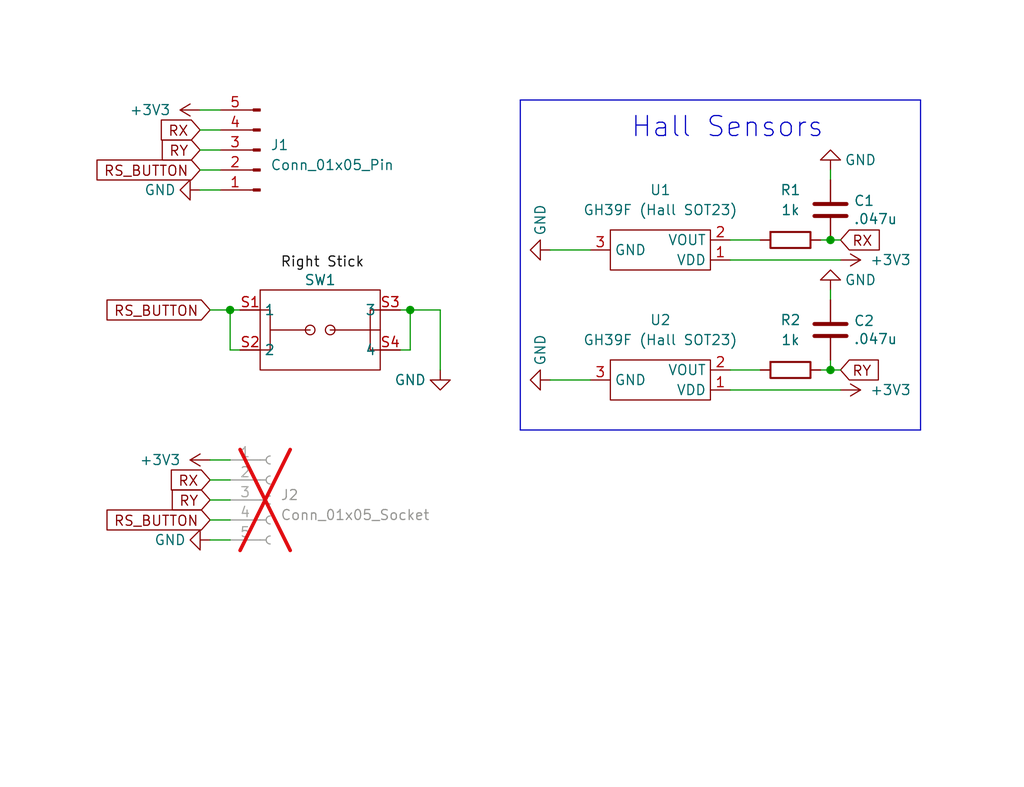
<source format=kicad_sch>
(kicad_sch (version 20230121) (generator eeschema)
  (paper "User" 129.997 99.9998)
  (lib_symbols
    (symbol "Connector:Conn_01x05_Pin" (pin_names (offset 1.016) hide)
      (property "Reference" "J" (at 0 7.62 0))
      (property "Value" "Conn_01x05_Pin" (at 0 -7.62 0))
      (symbol "Conn_01x05_Pin_1_1"
        (polyline (pts (xy 1.27 -5.08) (xy 0.8636 -5.08)) (stroke (width 0.1524)))
        (polyline (pts (xy 1.27 -2.54) (xy 0.8636 -2.54)) (stroke (width 0.1524)))
        (polyline (pts (xy 1.27 0) (xy 0.8636 0)) (stroke (width 0.1524)))
        (polyline (pts (xy 1.27 2.54) (xy 0.8636 2.54)) (stroke (width 0.1524)))
        (polyline (pts (xy 1.27 5.08) (xy 0.8636 5.08)) (stroke (width 0.1524)))
        (rectangle (start 0.8636 -4.953) (end 0 -5.207) (stroke (width 0.1524)) (fill (type outline)))
        (rectangle (start 0.8636 -2.413) (end 0 -2.667) (stroke (width 0.1524)) (fill (type outline)))
        (rectangle (start 0.8636 0.127) (end 0 -0.127) (stroke (width 0.1524)) (fill (type outline)))
        (rectangle (start 0.8636 2.667) (end 0 2.413) (stroke (width 0.1524)) (fill (type outline)))
        (rectangle (start 0.8636 5.207) (end 0 4.953) (stroke (width 0.1524)) (fill (type outline)))
        (pin passive line (at 5.08 5.08 180) (length 3.81) (name "Pin_1") (number "1"))
        (pin passive line (at 5.08 2.54 180) (length 3.81) (name "Pin_2") (number "2"))
        (pin passive line (at 5.08 0 180) (length 3.81) (name "Pin_3") (number "3"))
        (pin passive line (at 5.08 -2.54 180) (length 3.81) (name "Pin_4") (number "4"))
        (pin passive line (at 5.08 -5.08 180) (length 3.81) (name "Pin_5") (number "5"))
      )
    )
    (symbol "Connector:Conn_01x05_Socket" (pin_names (offset 1.016) hide)
      (property "Reference" "J" (at 0 7.62 0))
      (property "Value" "Conn_01x05_Socket" (at 0 -7.62 0))
      (symbol "Conn_01x05_Socket_1_1"
        (arc (start 0 -4.572) (mid -0.5058 -5.08) (end 0 -5.588) (stroke (width 0.1524)))
        (arc (start 0 -2.032) (mid -0.5058 -2.54) (end 0 -3.048) (stroke (width 0.1524)))
        (polyline (pts (xy -1.27 -5.08) (xy -0.508 -5.08)) (stroke (width 0.1524)))
        (polyline (pts (xy -1.27 -2.54) (xy -0.508 -2.54)) (stroke (width 0.1524)))
        (polyline (pts (xy -1.27 0) (xy -0.508 0)) (stroke (width 0.1524)))
        (polyline (pts (xy -1.27 2.54) (xy -0.508 2.54)) (stroke (width 0.1524)))
        (polyline (pts (xy -1.27 5.08) (xy -0.508 5.08)) (stroke (width 0.1524)))
        (arc (start 0 0.508) (mid -0.5058 0) (end 0 -0.508) (stroke (width 0.1524)))
        (arc (start 0 3.048) (mid -0.5058 2.54) (end 0 2.032) (stroke (width 0.1524)))
        (arc (start 0 5.588) (mid -0.5058 5.08) (end 0 4.572) (stroke (width 0.1524)))
        (pin passive line (at -5.08 5.08 0) (length 3.81) (name "Pin_1") (number "1"))
        (pin passive line (at -5.08 2.54 0) (length 3.81) (name "Pin_2") (number "2"))
        (pin passive line (at -5.08 0 0) (length 3.81) (name "Pin_3") (number "3"))
        (pin passive line (at -5.08 -2.54 0) (length 3.81) (name "Pin_4") (number "4"))
        (pin passive line (at -5.08 -5.08 0) (length 3.81) (name "Pin_5") (number "5"))
      )
    )
    (symbol "Device:C" (pin_numbers hide) (pin_names (offset 0.254))
      (property "Reference" "C" (at 0.635 2.54 0))
      (property "Value" "C" (at 0.635 -2.54 0))
      (symbol "C_0_1"
        (polyline (pts (xy -2.032 -0.762) (xy 2.032 -0.762)) (stroke (width 0.508)))
        (polyline (pts (xy -2.032 0.762) (xy 2.032 0.762)) (stroke (width 0.508)))
      )
      (symbol "C_1_1"
        (pin passive line (at 0 3.81 270) (length 2.794) (name "~") (number "1"))
        (pin passive line (at 0 -3.81 90) (length 2.794) (name "~") (number "2"))
      )
    )
    (symbol "Device:R" (pin_numbers hide) (pin_names (offset 0))
      (property "Reference" "R" (at 2.032 0 90))
      (property "Value" "R" (at 0 0 90))
      (symbol "R_0_1"
        (rectangle (start -1.016 -2.54) (end 1.016 2.54) (stroke (width 0.254)))
      )
      (symbol "R_1_1"
        (pin passive line (at 0 3.81 270) (length 1.27) (name "~") (number "1"))
        (pin passive line (at 0 -3.81 90) (length 1.27) (name "~") (number "2"))
      )
    )
    (symbol "power:+3V3" (power) (pin_names (offset 0))
      (property "Value" "+3V3" (at 0 3.556 0))
      (symbol "+3V3_0_1"
        (polyline (pts (xy -0.762 1.27) (xy 0 2.54)))
        (polyline (pts (xy 0 0) (xy 0 2.54)))
        (polyline (pts (xy 0 2.54) (xy 0.762 1.27)))
      )
      (symbol "+3V3_1_1"
        (pin power_in line (at 0 0 90) (length 0) hide (name "+3V3") (number "1"))
      )
    )
    (symbol "power:GND" (power) (pin_names (offset 0))
      (property "Value" "GND" (at 0 -3.81 0))
      (symbol "GND_0_1"
        (polyline (pts (xy 0 0) (xy 0 -1.27) (xy 1.27 -1.27) (xy 0 -2.54) (xy -1.27 -1.27) (xy 0 -1.27)))
      )
      (symbol "GND_1_1"
        (pin power_in line (at 0 0 270) (length 0) hide (name "GND") (number "1"))
      )
    )
    (symbol "progcc_v3:GH39F (Hall SOT23)"
      (property "Reference" "U" (at 0 -3.81 0))
      (property "Value" "GH39F (Hall SOT23)" (at -0.0742 4.3756 0))
      (symbol "GH39F (Hall SOT23)_0_1"
        (rectangle (start -6.35 2.54) (end 6.35 -2.54))
      )
      (symbol "GH39F (Hall SOT23)_1_1"
        (pin power_in line (at 8.89 -1.27 180) (length 2.54) (name "VDD") (number "1"))
        (pin output line (at 8.89 1.27 180) (length 2.54) (name "VOUT") (number "2"))
        (pin power_in line (at -8.89 0 0) (length 2.54) (name "GND") (number "3"))
      )
    )
    (symbol "progcc_v3:GL18_SW"
      (property "Reference" "SW" (at 0 6.35 0))
      (symbol "GL18_SW_0_1"
        (rectangle (start -7.62 5.08) (end 7.62 -5.08))
        (circle (center -1.27 0) (radius 0.6087))
        (polyline (pts (xy -6.35 0) (xy -1.27 0)))
        (polyline (pts (xy 1.27 0) (xy 7.62 0)))
        (polyline (pts (xy -7.62 2.54) (xy -6.35 2.54) (xy -6.35 0) (xy -6.35 -2.54) (xy -7.62 -2.54)))
        (polyline (pts (xy 7.62 2.54) (xy 6.35 2.54) (xy 6.35 0) (xy 6.35 -2.54) (xy 7.62 -2.54)))
        (circle (center 1.27 0) (radius 0.6087))
      )
      (symbol "GL18_SW_1_1"
        (pin input line (at -10.16 2.54 0) (length 2.54) (name "1") (number "S1"))
        (pin input line (at -10.16 -2.54 0) (length 2.54) (name "2") (number "S2"))
        (pin input line (at 10.16 2.54 180) (length 2.54) (name "3") (number "S3"))
        (pin input line (at 10.16 -2.54 180) (length 2.54) (name "4") (number "S4"))
      )
    )
  )
  (junction (at 52.07 39.37))
  (junction (at 29.21 39.37))
  (junction (at 105.41 46.99))
  (junction (at 105.41 30.48))
  (wire (pts (xy 52.07 39.37) (xy 55.88 39.37)))
  (wire (pts (xy 105.41 46.99) (xy 106.68 46.99)))
  (wire (pts (xy 104.14 30.48) (xy 105.41 30.48)))
  (polyline (pts (xy 116.84 12.7) (xy 66.04 12.7)))
  (wire (pts (xy 25.4 16.51) (xy 27.94 16.51)))
  (wire (pts (xy 69.85 48.26) (xy 74.93 48.26)))
  (wire (pts (xy 105.41 30.48) (xy 106.68 30.48)))
  (wire (pts (xy 29.21 44.45) (xy 30.48 44.45)))
  (wire (pts (xy 29.21 39.37) (xy 30.48 39.37)))
  (wire (pts (xy 92.71 49.53) (xy 106.68 49.53)))
  (wire (pts (xy 55.88 39.37) (xy 55.88 46.99)))
  (wire (pts (xy 92.71 33.02) (xy 106.68 33.02)))
  (wire (pts (xy 26.67 63.5) (xy 29.21 63.5)))
  (wire (pts (xy 26.67 60.96) (xy 29.21 60.96)))
  (wire (pts (xy 29.21 39.37) (xy 29.21 44.45)))
  (wire (pts (xy 52.07 44.45) (xy 50.8 44.45)))
  (wire (pts (xy 50.8 39.37) (xy 52.07 39.37)))
  (wire (pts (xy 25.4 19.05) (xy 27.94 19.05)))
  (wire (pts (xy 25.4 21.59) (xy 27.94 21.59)))
  (wire (pts (xy 105.41 21.59) (xy 105.41 22.86)))
  (wire (pts (xy 105.41 38.1) (xy 105.41 36.83)))
  (wire (pts (xy 69.85 31.75) (xy 74.93 31.75)))
  (polyline (pts (xy 116.84 54.61) (xy 116.84 12.7)))
  (wire (pts (xy 92.71 30.48) (xy 96.52 30.48)))
  (wire (pts (xy 92.71 46.99) (xy 96.52 46.99)))
  (wire (pts (xy 26.67 58.42) (xy 29.21 58.42)))
  (polyline (pts (xy 66.04 12.7) (xy 66.04 54.61)))
  (wire (pts (xy 52.07 39.37) (xy 52.07 44.45)))
  (polyline (pts (xy 66.04 54.61) (xy 116.84 54.61)))
  (wire (pts (xy 26.67 39.37) (xy 29.21 39.37)))
  (wire (pts (xy 25.4 24.13) (xy 27.94 24.13)))
  (wire (pts (xy 25.4 13.97) (xy 27.94 13.97)))
  (wire (pts (xy 105.41 45.72) (xy 105.41 46.99)))
  (wire (pts (xy 26.67 68.58) (xy 29.21 68.58)))
  (wire (pts (xy 26.67 66.04) (xy 29.21 66.04)))
  (wire (pts (xy 104.14 46.99) (xy 105.41 46.99)))
  (text "Hall Sensors" (at 80.01 17.78 0) (effects (font (size 2.54 2.54)) (justify left bottom)))
  (label "Right Stick" (at 35.56 34.29 0))
  (global_label "RY" (shape input) (at 26.67 63.5 180) (property "Intersheetrefs" "${INTERSHEET_REFS}" (effects hide)))
  (global_label "RS_BUTTON" (shape input) (at 25.4 21.59 180) (property "Intersheetrefs" "${INTERSHEET_REFS}" (effects hide)))
  (global_label "RX" (shape input) (at 25.4 16.51 180) (property "Intersheetrefs" "${INTERSHEET_REFS}" (effects hide)))
  (global_label "RX" (shape input) (at 26.67 60.96 180) (property "Intersheetrefs" "${INTERSHEET_REFS}" (effects hide)))
  (global_label "RY" (shape input) (at 106.68 46.99 0) (property "Intersheetrefs" "${INTERSHEET_REFS}" (effects hide)))
  (global_label "RX" (shape input) (at 106.68 30.48 0) (property "Intersheetrefs" "${INTERSHEET_REFS}" (effects hide)))
  (global_label "RY" (shape input) (at 25.4 19.05 180) (property "Intersheetrefs" "${INTERSHEET_REFS}" (effects hide)))
  (global_label "RS_BUTTON" (shape input) (at 26.67 39.37 180) (property "Intersheetrefs" "${INTERSHEET_REFS}" (effects hide)))
  (global_label "RS_BUTTON" (shape input) (at 26.67 66.04 180) (property "Intersheetrefs" "${INTERSHEET_REFS}" (effects hide)))
  (symbol (lib_id "power:GND") (at 105.41 36.83 180) (unit 1)
    (property "Reference" "#PWR06" (effects hide))
    (property "Value" "GND" (at 109.22 35.56 0))
  )
  (symbol (lib_id "power:+3V3") (at 25.4 13.97 90) (unit 1)
    (property "Reference" "#PWR01" (effects hide))
    (property "Value" "+3V3" (at 19.05 13.97 90))
  )
  (symbol (lib_id "progcc_v3:GH39F (Hall SOT23)") (at 83.82 48.26 0) (unit 1)
    (property "Reference" "U2" (at 83.82 40.64 0))
    (property "Value" "GH39F (Hall SOT23)" (at 83.82 43.18 0))
    (property "Footprint" "uniphob_footprints:GH39F" (effects hide))
    (property "Datasheet" "${KIPRJMOD}/../progcc_v3_libs/docs/GL1612 chip schematic V1.2.pdf" (effects hide))
    (property "MPN" "GH39F" (effects hide))
  )
  (symbol (lib_id "power:GND") (at 26.67 68.58 270) (unit 1)
    (property "Reference" "#PWR011" (effects hide))
    (property "Value" "GND" (at 21.59 68.58 90))
  )
  (symbol (lib_id "power:GND") (at 55.88 46.99 0) (unit 1)
    (property "Reference" "#PWR09" (effects hide))
    (property "Value" "GND" (at 52.07 48.26 0))
  )
  (symbol (lib_id "power:GND") (at 69.85 31.75 270) (unit 1)
    (property "Reference" "#PWR03" (effects hide))
    (property "Value" "GND" (at 68.58 27.94 0))
  )
  (symbol (lib_id "Connector:Conn_01x05_Socket") (at 34.29 63.5 0) (unit 1) (in_bom no) (dnp yes)
    (property "Reference" "J2" (at 35.56 62.865 0) (effects (justify left)))
    (property "Value" "Conn_01x05_Socket" (at 35.56 65.405 0) (effects (justify left)))
    (property "Footprint" "Connector_PinSocket_2.00mm:PinSocket_1x05_P2.00mm_Vertical" (effects hide))
  )
  (symbol (lib_id "power:GND") (at 105.41 21.59 180) (unit 1)
    (property "Reference" "#PWR05" (effects hide))
    (property "Value" "GND" (at 109.22 20.32 0))
  )
  (symbol (lib_id "Device:C") (at 105.41 41.91 0) (unit 1)
    (property "Reference" "C2" (at 108.331 40.7416 0) (effects (justify left)))
    (property "Value" ".047u" (at 108.331 43.053 0) (effects (justify left)))
    (property "Footprint" "Capacitor_SMD:C_0603_1608Metric_Pad1.08x0.95mm_HandSolder" (effects hide))
    (property "LCSC" "C15849" (effects hide))
  )
  (symbol (lib_id "power:+3V3") (at 26.67 58.42 90) (unit 1)
    (property "Reference" "#PWR010" (effects hide))
    (property "Value" "+3V3" (at 20.32 58.42 90))
  )
  (symbol (lib_id "Connector:Conn_01x05_Pin") (at 33.02 19.05 180) (unit 1)
    (property "Reference" "J1" (at 34.29 18.415 0) (effects (justify right)))
    (property "Value" "Conn_01x05_Pin" (at 34.29 20.955 0) (effects (justify right)))
    (property "Footprint" "uniphob_footprints:molex_5034800540" (effects hide))
  )
  (symbol (lib_id "Device:R") (at 100.33 46.99 90) (unit 1)
    (property "Reference" "R2" (at 100.33 40.64 90))
    (property "Value" "1k" (at 100.33 43.18 90))
    (property "Footprint" "Resistor_SMD:R_0402_1005Metric" (effects hide))
  )
  (symbol (lib_id "power:GND") (at 69.85 48.26 270) (unit 1)
    (property "Reference" "#PWR04" (effects hide))
    (property "Value" "GND" (at 68.58 44.45 0))
  )
  (symbol (lib_id "power:GND") (at 25.4 24.13 270) (unit 1)
    (property "Reference" "#PWR02" (effects hide))
    (property "Value" "GND" (at 20.32 24.13 90))
  )
  (symbol (lib_id "Device:R") (at 100.33 30.48 90) (unit 1)
    (property "Reference" "R1" (at 100.33 24.13 90))
    (property "Value" "1k" (at 100.33 26.67 90))
    (property "Footprint" "Resistor_SMD:R_0402_1005Metric" (effects hide))
  )
  (symbol (lib_id "progcc_v3:GL18_SW") (at 40.64 41.91 0) (unit 1)
    (property "Reference" "SW1" (at 40.64 35.56 0))
    (property "Value" "GL18_SW" (effects hide))
    (property "Footprint" "uniphob_footprints:GL18" (effects hide))
    (property "Datasheet" "${KIPRJMOD}/../progcc_v3_libs/docs/GuliKit Hall stick GL18,hall sensor datasheet.pdf" (effects hide))
    (property "MPN" "GL18" (effects hide))
  )
  (symbol (lib_id "power:+3V3") (at 106.68 49.53 270) (unit 1)
    (property "Reference" "#PWR08" (effects hide))
    (property "Value" "+3V3" (at 113.03 49.53 90))
  )
  (symbol (lib_id "power:+3V3") (at 106.68 33.02 270) (unit 1)
    (property "Reference" "#PWR07" (effects hide))
    (property "Value" "+3V3" (at 113.03 33.02 90))
  )
  (symbol (lib_id "Device:C") (at 105.41 26.67 0) (unit 1)
    (property "Reference" "C1" (at 108.331 25.5016 0) (effects (justify left)))
    (property "Value" ".047u" (at 108.331 27.813 0) (effects (justify left)))
    (property "Footprint" "Capacitor_SMD:C_0603_1608Metric_Pad1.08x0.95mm_HandSolder" (effects hide))
    (property "LCSC" "C15849" (effects hide))
  )
  (symbol (lib_id "progcc_v3:GH39F (Hall SOT23)") (at 83.82 31.75 0) (unit 1)
    (property "Reference" "U1" (at 83.82 24.13 0))
    (property "Value" "GH39F (Hall SOT23)" (at 83.82 26.67 0))
    (property "Footprint" "uniphob_footprints:GH39F" (effects hide))
    (property "Datasheet" "${KIPRJMOD}/../progcc_v3_libs/docs/GL1612 chip schematic V1.2.pdf" (effects hide))
    (property "MPN" "GH39F" (effects hide))
  )
)
</source>
